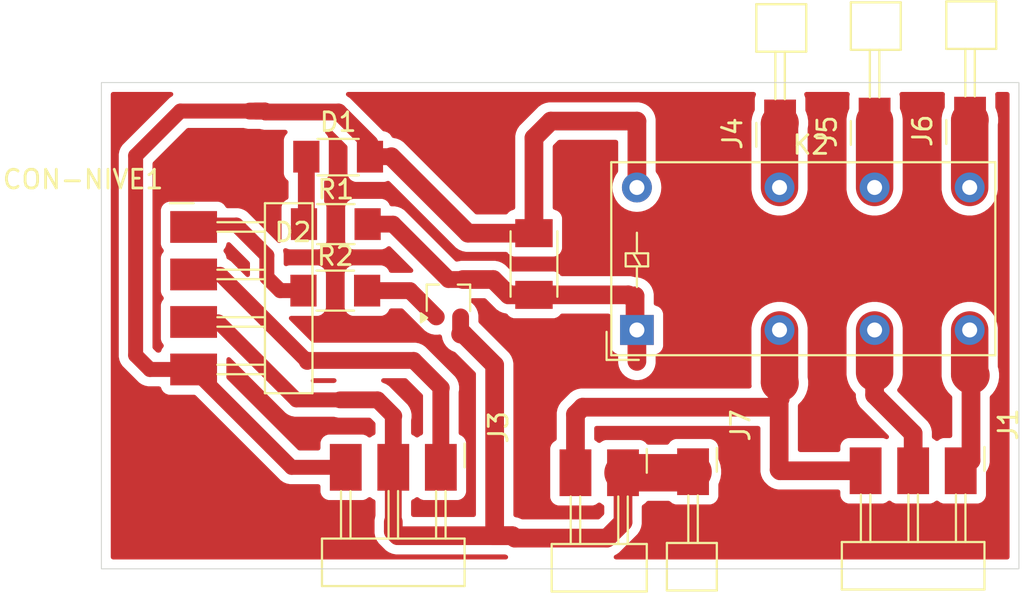
<source format=kicad_pcb>
(kicad_pcb (version 20240108) (generator "pcbnew") (generator_version "8.0")
  (layers (0 "F.Cu" signal) (31 "B.Cu" signal) (34 "B.Paste" user) (35 "F.Paste" user) (36 "B.SilkS" user "B.Silkscreen") (37 "F.SilkS" user "F.Silkscreen") (38 "B.Mask" user) (39 "F.Mask" user) (44 "Edge.Cuts" user))
  (net 0 "")
  (net 1 "PWR_GND")
  (net 2 "R")
  (net 3 "SENS")
  (net 4 "PWR_5V")
  (net 5 "Net-(D1-K)")
  (net 6 "Net-(D2-A)")
  (net 7 "PWR_12V")
  (net 8 "Net-(Q1-B)")
  (net 9 "Net-(J5-Pin_1)")
  (net 10 "Net-(J6-Pin_1)")
  (net 11 "NS")
  (net 12 "COM")
  (net 13 "A")
  (footprint "fab:PinHeader_1x01_P2.54mm_Horizontal_SMD" (layer "F.Cu") (at 100.9 96.7 90)
    (property "Reference" "J5" (at -1.524 -2.54 -90) (layer "F.SilkS") (effects (justify left)))
    (property "Value" "Conn_PinHeader_1x01_P2.54mm_Horizontal_SMD" (hide yes))
    (fp_line (start 6.35 -1.27) (end 6.35 1.397) (stroke (width 0.12)) (layer "F.SilkS"))
    (fp_line (start 3.81 -1.27) (end 6.35 -1.27) (stroke (width 0.12)) (layer "F.SilkS"))
    (fp_line (start -1.27 -1.27) (end 0 -1.27) (stroke (width 0.12)) (layer "F.SilkS"))
    (fp_line (start 3.81 -0.254) (end 1.27 -0.254) (stroke (width 0.12)) (layer "F.SilkS"))
    (fp_line (start 3.81 0.254) (end 1.27 0.254) (stroke (width 0.12)) (layer "F.SilkS"))
    (fp_line (start 6.35 1.397) (end 3.81 1.397) (stroke (width 0.12)) (layer "F.SilkS"))
    (fp_line (start 3.81 1.397) (end 3.81 -1.27) (stroke (width 0.12)) (layer "F.SilkS"))
    (pad "1" smd rect (at 0 0 90) (size 2.5 1.7) (layers "F.Cu" "F.Paste" "F.Mask") (net 9 "Net-(J5-Pin_1)"))
  )
  (footprint "fab:R_1206" (layer "F.Cu") (at 72.0852 105.7656)
    (property "Reference" "R2" (at 0 -1.85 0) (layer "F.SilkS"))
    (property "Value" "R_1206")
    (fp_line (start -1 -1.07) (end 1 -1.07) (stroke (width 0.12)) (layer "F.SilkS"))
    (fp_line (start 1 1.07) (end -1 1.07) (stroke (width 0.12)) (layer "F.SilkS"))
    (pad "1" smd rect (at -1.7 0) (size 1.4 1.7) (layers "F.Cu" "F.Paste" "F.Mask") (net 2 "R"))
    (pad "2" smd rect (at 1.7 0) (size 1.4 1.7) (layers "F.Cu" "F.Paste" "F.Mask") (net 8 "Net-(Q1-B)"))
  )
  (footprint "fab:PinHeader_1x04_P2.54mm_Horizontal_SMD" (layer "F.Cu") (at 64.516 102.362)
    (property "Reference" "CON-NIVE1" (at -1.524 -2.54 0) (layer "F.SilkS") (effects (justify right)))
    (property "Value" "Conn_PinHeader_1x04_P2.54mm_Horizontal_SMD" (hide yes))
    (fp_line (start -1.27 -1.27) (end 0 -1.27) (stroke (width 0.12)) (layer "F.SilkS"))
    (fp_line (start 3.81 -1.27) (end 6.35 -1.27) (stroke (width 0.12)) (layer "F.SilkS"))
    (fp_line (start 3.81 -0.254) (end 1.27 -0.254) (stroke (width 0.12)) (layer "F.SilkS"))
    (fp_line (start 3.81 0.254) (end 1.27 0.254) (stroke (width 0.12)) (layer "F.SilkS"))
    (fp_line (start 3.81 2.286) (end 1.27 2.286) (stroke (width 0.12)) (layer "F.SilkS"))
    (fp_line (start 3.81 2.794) (end 1.27 2.794) (stroke (width 0.12)) (layer "F.SilkS"))
    (fp_line (start 3.81 4.826) (end 1.27 4.826) (stroke (width 0.12)) (layer "F.SilkS"))
    (fp_line (start 3.81 5.334) (end 1.27 5.334) (stroke (width 0.12)) (layer "F.SilkS"))
    (fp_line (start 3.81 7.366) (end 1.27 7.366) (stroke (width 0.12)) (layer "F.SilkS"))
    (fp_line (start 3.81 7.874) (end 1.27 7.874) (stroke (width 0.12)) (layer "F.SilkS"))
    (fp_line (start 3.81 8.89) (end 3.81 -1.27) (stroke (width 0.12)) (layer "F.SilkS"))
    (fp_line (start 6.35 -1.27) (end 6.35 8.89) (stroke (width 0.12)) (layer "F.SilkS"))
    (fp_line (start 6.35 8.89) (end 3.81 8.89) (stroke (width 0.12)) (layer "F.SilkS"))
    (pad "1" smd rect (at 0 0) (size 2.5 1.7) (layers "F.Cu" "F.Paste" "F.Mask") (net 2 "R"))
    (pad "2" smd rect (at 0 2.54) (size 2.5 1.7) (layers "F.Cu" "F.Paste" "F.Mask") (net 3 "SENS"))
    (pad "3" smd rect (at 0 5.08) (size 2.5 1.7) (layers "F.Cu" "F.Paste" "F.Mask") (net 1 "PWR_GND"))
    (pad "4" smd rect (at 0 7.62) (size 2.5 1.7) (layers "F.Cu" "F.Paste" "F.Mask") (net 4 "PWR_5V"))
  )
  (footprint "fab:PinHeader_1x02_P2.54mm_Horizontal_SMD" (layer "F.Cu") (at 87.4576 115.5052 -90)
    (property "Reference" "J2" (hide yes))
    (property "Value" "Conn_PinHeader_1x02_P2.54mm_Horizontal_SMD" (hide yes))
    (fp_line (start 3.81 3.81) (end 3.81 -1.27) (stroke (width 0.12)) (layer "F.SilkS"))
    (fp_line (start 6.35 3.81) (end 3.81 3.81) (stroke (width 0.12)) (layer "F.SilkS"))
    (fp_line (start 3.81 2.794) (end 1.27 2.794) (stroke (width 0.12)) (layer "F.SilkS"))
    (fp_line (start 3.81 2.286) (end 1.27 2.286) (stroke (width 0.12)) (layer "F.SilkS"))
    (fp_line (start 3.81 0.254) (end 1.27 0.254) (stroke (width 0.12)) (layer "F.SilkS"))
    (fp_line (start 3.81 -0.254) (end 1.27 -0.254) (stroke (width 0.12)) (layer "F.SilkS"))
    (fp_line (start -1.27 -1.27) (end 0 -1.27) (stroke (width 0.12)) (layer "F.SilkS"))
    (fp_line (start 3.81 -1.27) (end 6.35 -1.27) (stroke (width 0.12)) (layer "F.SilkS"))
    (fp_line (start 6.35 -1.27) (end 6.35 3.81) (stroke (width 0.12)) (layer "F.SilkS"))
    (pad "1" smd rect (at 0 0 270) (size 2.5 1.7) (layers "F.Cu" "F.Paste" "F.Mask") (net 1 "PWR_GND"))
    (pad "2" smd rect (at 0 2.54 270) (size 2.5 1.7) (layers "F.Cu" "F.Paste" "F.Mask") (net 7 "PWR_12V"))
  )
  (footprint "fab:PinHeader_1x03_P2.54mm_Horizontal_SMD" (layer "F.Cu") (at 77.724 115.2144 -90)
    (property "Reference" "J3" (at -1.1824 -3.0788 90) (layer "F.SilkS") (effects (justify left)))
    (property "Value" "Conn_PinHeader_1x03_P2.54mm_Horizontal_SMD" (hide yes))
    (fp_line (start 3.81 6.35) (end 3.81 -1.27) (stroke (width 0.12)) (layer "F.SilkS"))
    (fp_line (start 6.35 6.35) (end 3.81 6.35) (stroke (width 0.12)) (layer "F.SilkS"))
    (fp_line (start 3.81 5.334) (end 1.27 5.334) (stroke (width 0.12)) (layer "F.SilkS"))
    (fp_line (start 3.81 4.826) (end 1.27 4.826) (stroke (width 0.12)) (layer "F.SilkS"))
    (fp_line (start 3.81 2.794) (end 1.27 2.794) (stroke (width 0.12)) (layer "F.SilkS"))
    (fp_line (start 3.81 2.286) (end 1.27 2.286) (stroke (width 0.12)) (layer "F.SilkS"))
    (fp_line (start 3.81 0.254) (end 1.27 0.254) (stroke (width 0.12)) (layer "F.SilkS"))
    (fp_line (start 3.81 -0.254) (end 1.27 -0.254) (stroke (width 0.12)) (layer "F.SilkS"))
    (fp_line (start -1.27 -1.27) (end 0 -1.27) (stroke (width 0.12)) (layer "F.SilkS"))
    (fp_line (start 3.81 -1.27) (end 6.35 -1.27) (stroke (width 0.12)) (layer "F.SilkS"))
    (fp_line (start 6.35 -1.27) (end 6.35 6.35) (stroke (width 0.12)) (layer "F.SilkS"))
    (pad "1" smd rect (at 0 0 270) (size 2.5 1.7) (layers "F.Cu" "F.Paste" "F.Mask") (net 3 "SENS"))
    (pad "2" smd rect (at 0 2.54 270) (size 2.5 1.7) (layers "F.Cu" "F.Paste" "F.Mask") (net 1 "PWR_GND"))
    (pad "3" smd rect (at 0 5.08 270) (size 2.5 1.7) (layers "F.Cu" "F.Paste" "F.Mask") (net 4 "PWR_5V"))
  )
  (footprint "Relay_THT:Relay_DPDT_Finder_30.22" (layer "F.Cu") (at 88.2 107.87)
    (property "Reference" "K2" (at 9.3 -9.9 0) (layer "F.SilkS"))
    (property "Value" "FINDER-30.22" (hide yes))
    (fp_line (start -1.62 1.6) (end -1.62 0.1) (stroke (width 0.12)) (layer "F.SilkS"))
    (fp_line (start -1.37 -8.97) (end 19.15 -8.97) (stroke (width 0.12)) (layer "F.SilkS"))
    (fp_line (start -1.37 1.35) (end -1.37 -8.97) (stroke (width 0.12)) (layer "F.SilkS"))
    (fp_line (start -0.6 -4.1) (end -0.6 -3.4) (stroke (width 0.12)) (layer "F.SilkS"))
    (fp_line (start -0.6 -3.4) (end 0.6 -3.4) (stroke (width 0.12)) (layer "F.SilkS"))
    (fp_line (start 0 -4.1) (end 0 -5.2) (stroke (width 0.12)) (layer "F.SilkS"))
    (fp_line (start 0 -3.4) (end 0 -2.3) (stroke (width 0.12)) (layer "F.SilkS"))
    (fp_line (start 0.1 1.6) (end -1.62 1.6) (stroke (width 0.12)) (layer "F.SilkS"))
    (fp_line (start 0.2 -3.4) (end -0.2 -4.1) (stroke (width 0.12)) (layer "F.SilkS"))
    (fp_line (start 0.6 -4.1) (end -0.6 -4.1) (stroke (width 0.12)) (layer "F.SilkS"))
    (fp_line (start 0.6 -3.4) (end 0.6 -4.1) (stroke (width 0.12)) (layer "F.SilkS"))
    (fp_line (start 19.15 -8.97) (end 19.15 1.35) (stroke (width 0.12)) (layer "F.SilkS"))
    (fp_line (start 19.15 1.35) (end -1.37 1.35) (stroke (width 0.12)) (layer "F.SilkS"))
    (pad "11" thru_hole circle (at 7.62 0 90) (size 1.6 1.6) (drill 0.8) (layers "*.Cu" "*.Mask") (net 7 "PWR_12V"))
    (pad "12" thru_hole circle (at 12.7 0 90) (size 1.6 1.6) (drill 0.8) (layers "*.Cu" "*.Mask") (net 12 "COM"))
    (pad "14" thru_hole circle (at 17.78 0 90) (size 1.6 1.6) (drill 0.8) (layers "*.Cu" "*.Mask") (net 11 "NS"))
    (pad "21" thru_hole circle (at 7.62 -7.62 90) (size 1.6 1.6) (drill 0.8) (layers "*.Cu" "*.Mask") (net 13 "A"))
    (pad "22" thru_hole circle (at 12.7 -7.62 90) (size 1.6 1.6) (drill 0.8) (layers "*.Cu" "*.Mask") (net 9 "Net-(J5-Pin_1)"))
    (pad "24" thru_hole circle (at 17.78 -7.62 180) (size 1.6 1.6) (drill 0.8) (layers "*.Cu" "*.Mask") (net 10 "Net-(J6-Pin_1)"))
    (pad "A1" thru_hole rect (at 0 0 90) (size 1.6 1.8) (drill 0.8) (layers "*.Cu" "*.Mask") (net 6 "Net-(D2-A)"))
    (pad "A2" thru_hole circle (at 0 -7.62 90) (size 1.6 1.6) (drill 0.8) (layers "*.Cu" "*.Mask") (net 4 "PWR_5V"))
  )
  (footprint "fab:SOD-123T" (layer "F.Cu") (at 82.7 104.3432 -90)
    (property "Reference" "D2" (at -1.696 12.8808 180) (layer "F.SilkS"))
    (property "Value" "Diode_Schottky_MiniSMA" (hide yes))
    (fp_line (start -1.75 1.25) (end 1.75 1.25) (stroke (width 0.12)) (layer "F.SilkS"))
    (fp_line (start -1.75 -1.25) (end 1.75 -1.25) (stroke (width 0.12)) (layer "F.SilkS"))
    (pad "1" smd rect (at -1.65 0 270) (size 1.5 2) (layers "F.Cu" "F.Paste" "F.Mask") (net 4 "PWR_5V"))
    (pad "2" smd rect (at 1.65 0 270) (size 1.5 2) (layers "F.Cu" "F.Paste" "F.Mask") (net 6 "Net-(D2-A)"))
  )
  (footprint "fab:R_1206" (layer "F.Cu") (at 72.1124 102.2096)
    (property "Reference" "R1" (at 0 -1.85 0) (layer "F.SilkS"))
    (property "Value" "R_1206")
    (fp_line (start -1 -1.07) (end 1 -1.07) (stroke (width 0.12)) (layer "F.SilkS"))
    (fp_line (start 1 1.07) (end -1 1.07) (stroke (width 0.12)) (layer "F.SilkS"))
    (pad "1" smd rect (at -1.7 0) (size 1.4 1.7) (layers "F.Cu" "F.Paste" "F.Mask") (net 5 "Net-(D1-K)"))
    (pad "2" smd rect (at 1.7 0) (size 1.4 1.7) (layers "F.Cu" "F.Paste" "F.Mask") (net 6 "Net-(D2-A)"))
  )
  (footprint "fab:PinHeader_1x03_P2.54mm_Horizontal_SMD" (layer "F.Cu") (at 105.5 115.4 -90)
    (property "Reference" "J1" (at -1.524 -2.54 90) (layer "F.SilkS") (effects (justify left)))
    (property "Value" "Conn_PinHeader_1x03_P2.54mm_Horizontal_SMD" (hide yes))
    (fp_line (start 3.81 6.35) (end 3.81 -1.27) (stroke (width 0.12)) (layer "F.SilkS"))
    (fp_line (start 6.35 6.35) (end 3.81 6.35) (stroke (width 0.12)) (layer "F.SilkS"))
    (fp_line (start 3.81 5.334) (end 1.27 5.334) (stroke (width 0.12)) (layer "F.SilkS"))
    (fp_line (start 3.81 4.826) (end 1.27 4.826) (stroke (width 0.12)) (layer "F.SilkS"))
    (fp_line (start 3.81 2.794) (end 1.27 2.794) (stroke (width 0.12)) (layer "F.SilkS"))
    (fp_line (start 3.81 2.286) (end 1.27 2.286) (stroke (width 0.12)) (layer "F.SilkS"))
    (fp_line (start 3.81 0.254) (end 1.27 0.254) (stroke (width 0.12)) (layer "F.SilkS"))
    (fp_line (start 3.81 -0.254) (end 1.27 -0.254) (stroke (width 0.12)) (layer "F.SilkS"))
    (fp_line (start -1.27 -1.27) (end 0 -1.27) (stroke (width 0.12)) (layer "F.SilkS"))
    (fp_line (start 3.81 -1.27) (end 6.35 -1.27) (stroke (width 0.12)) (layer "F.SilkS"))
    (fp_line (start 6.35 -1.27) (end 6.35 6.35) (stroke (width 0.12)) (layer "F.SilkS"))
    (pad "1" smd rect (at 0 0 270) (size 2.5 1.7) (layers "F.Cu" "F.Paste" "F.Mask") (net 11 "NS"))
    (pad "2" smd rect (at 0 2.54 270) (size 2.5 1.7) (layers "F.Cu" "F.Paste" "F.Mask") (net 12 "COM"))
    (pad "3" smd rect (at 0 5.08 270) (size 2.5 1.7) (layers "F.Cu" "F.Paste" "F.Mask") (net 7 "PWR_12V"))
  )
  (footprint "fab:LED_1206" (layer "F.Cu") (at 72.2376 98.6028)
    (property "Reference" "D1" (at 0 -1.85 0) (layer "F.SilkS"))
    (property "Value" "LED_1206" (hide yes))
    (fp_line (start -1.1 -0.95) (end 1.1 -0.95) (stroke (width 0.12)) (layer "F.SilkS"))
    (fp_line (start -1.1 1) (end 1.1 1) (stroke (width 0.12)) (layer "F.SilkS"))
    (pad "1" smd rect (at -1.7 0) (size 1.4 1.7) (layers "F.Cu" "F.Paste" "F.Mask") (net 5 "Net-(D1-K)"))
    (pad "2" smd rect (at 1.7 0) (size 1.4 1.7) (layers "F.Cu" "F.Paste" "F.Mask") (net 4 "PWR_5V"))
  )
  (footprint "fab:PinHeader_1x01_P2.54mm_Horizontal_SMD" (layer "F.Cu") (at 106 96.65 90)
    (property "Reference" "J6" (at -1.524 -2.54 -90) (layer "F.SilkS") (effects (justify left)))
    (property "Value" "Conn_PinHeader_1x01_P2.54mm_Horizontal_SMD" (hide yes))
    (fp_line (start 6.35 -1.27) (end 6.35 1.397) (stroke (width 0.12)) (layer "F.SilkS"))
    (fp_line (start 3.81 -1.27) (end 6.35 -1.27) (stroke (width 0.12)) (layer "F.SilkS"))
    (fp_line (start -1.27 -1.27) (end 0 -1.27) (stroke (width 0.12)) (layer "F.SilkS"))
    (fp_line (start 3.81 -0.254) (end 1.27 -0.254) (stroke (width 0.12)) (layer "F.SilkS"))
    (fp_line (start 3.81 0.254) (end 1.27 0.254) (stroke (width 0.12)) (layer "F.SilkS"))
    (fp_line (start 6.35 1.397) (end 3.81 1.397) (stroke (width 0.12)) (layer "F.SilkS"))
    (fp_line (start 3.81 1.397) (end 3.81 -1.27) (stroke (width 0.12)) (layer "F.SilkS"))
    (pad "1" smd rect (at 0 0 90) (size 2.5 1.7) (layers "F.Cu" "F.Paste" "F.Mask") (net 10 "Net-(J6-Pin_1)"))
  )
  (footprint "Package_TO_SOT_SMD:SOT-323_SC-70" (layer "F.Cu") (at 78.1304 106.172 90)
    (property "Reference" "Q1" (hide yes))
    (property "Value" "BC847W")
    (fp_line (start 0.73 -1.16) (end 0.73 -0.5) (stroke (width 0.12)) (layer "F.SilkS"))
    (fp_line (start -0.68 -1.16) (end 0.73 -1.16) (stroke (width 0.12)) (layer "F.SilkS"))
    (fp_line (start 0.73 0.5) (end 0.73 1.16) (stroke (width 0.12)) (layer "F.SilkS"))
    (fp_line (start -0.68 1.16) (end 0.73 1.16) (stroke (width 0.12)) (layer "F.SilkS"))
    (fp_poly (pts (xy -1.05 -1.14) (xy -1.29 -1.47) (xy -0.81 -1.47) (xy -1.05 -1.14)) (stroke (width 0.12)) (fill solid) (layer "F.SilkS"))
    (pad "1" smd roundrect (at -1 -0.65) (size 0.45 0.7) (layers "F.Cu" "F.Paste" "F.Mask") (net 8 "Net-(Q1-B)"))
    (pad "2" smd roundrect (at -1 0.65) (size 0.45 0.7) (layers "F.Cu" "F.Paste" "F.Mask") (net 1 "PWR_GND"))
    (pad "3" smd roundrect (at 1 0) (size 0.45 0.7) (layers "F.Cu" "F.Paste" "F.Mask") (net 6 "Net-(D2-A)"))
  )
  (footprint "fab:PinHeader_1x01_P2.54mm_Horizontal_SMD" (layer "F.Cu") (at 95.85 96.8 90)
    (property "Reference" "J4" (at -1.524 -2.54 -90) (layer "F.SilkS") (effects (justify left)))
    (property "Value" "Conn_PinHeader_1x01_P2.54mm_Horizontal_SMD" (hide yes))
    (fp_line (start 6.35 -1.27) (end 6.35 1.397) (stroke (width 0.12)) (layer "F.SilkS"))
    (fp_line (start 3.81 -1.27) (end 6.35 -1.27) (stroke (width 0.12)) (layer "F.SilkS"))
    (fp_line (start -1.27 -1.27) (end 0 -1.27) (stroke (width 0.12)) (layer "F.SilkS"))
    (fp_line (start 3.81 -0.254) (end 1.27 -0.254) (stroke (width 0.12)) (layer "F.SilkS"))
    (fp_line (start 3.81 0.254) (end 1.27 0.254) (stroke (width 0.12)) (layer "F.SilkS"))
    (fp_line (start 6.35 1.397) (end 3.81 1.397) (stroke (width 0.12)) (layer "F.SilkS"))
    (fp_line (start 3.81 1.397) (end 3.81 -1.27) (stroke (width 0.12)) (layer "F.SilkS"))
    (pad "1" smd rect (at 0 0 90) (size 2.5 1.7) (layers "F.Cu" "F.Paste" "F.Mask") (net 13 "A"))
  )
  (footprint "fab:PinHeader_1x01_P2.54mm_Horizontal_SMD" (layer "F.Cu") (at 91.2 115.45 -90)
    (property "Reference" "J7" (at -1.524 -2.54 90) (layer "F.SilkS") (effects (justify left)))
    (property "Value" "Conn_PinHeader_1x01_P2.54mm_Horizontal_SMD" (hide yes))
    (fp_line (start 3.81 1.397) (end 3.81 -1.27) (stroke (width 0.12)) (layer "F.SilkS"))
    (fp_line (start 6.35 1.397) (end 3.81 1.397) (stroke (width 0.12)) (layer "F.SilkS"))
    (fp_line (start 3.81 0.254) (end 1.27 0.254) (stroke (width 0.12)) (layer "F.SilkS"))
    (fp_line (start 3.81 -0.254) (end 1.27 -0.254) (stroke (width 0.12)) (layer "F.SilkS"))
    (fp_line (start -1.27 -1.27) (end 0 -1.27) (stroke (width 0.12)) (layer "F.SilkS"))
    (fp_line (start 3.81 -1.27) (end 6.35 -1.27) (stroke (width 0.12)) (layer "F.SilkS"))
    (fp_line (start 6.35 -1.27) (end 6.35 1.397) (stroke (width 0.12)) (layer "F.SilkS"))
    (pad "1" smd rect (at 0 0 270) (size 2.5 1.7) (layers "F.Cu" "F.Paste" "F.Mask") (net 1 "PWR_GND"))
  )
  (gr_rect (start 59.5884 94.6404) (end 108.6112 120.642) (stroke (width 0.05)) (fill none) (layer "Edge.Cuts"))
  (segment (start 80.45 118.872) (end 81.5508 118.872) (width 1) (layer "F.Cu") (net 1))
  (segment (start 91.1448 115.5052) (end 91.2 115.45) (width 2) (layer "F.Cu") (net 1))
  (segment (start 87.4576 115.5052) (end 87.4576 118.1424) (width 1) (layer "F.Cu") (net 1))
  (segment (start 87.4576 115.5052) (end 91.1448 115.5052) (width 2) (layer "F.Cu") (net 1))
  (segment (start 78.942 108.092) (end 80.6 109.75) (width 1) (layer "F.Cu") (net 1))
  (segment (start 72.3392 111.6076) (end 74.3458 111.6076) (width 0.9) (layer "F.Cu") (net 1))
  (segment (start 78.7804 108.092) (end 78.942 108.092) (width 1) (layer "F.Cu") (net 1))
  (segment (start 70.0024 111.6076) (end 72.3392 111.6076) (width 0.8) (layer "F.Cu") (net 1))
  (segment (start 75.184 118.634) (end 75.422 118.872) (width 1) (layer "F.Cu") (net 1))
  (segment (start 78.7804 107.172) (end 78.7804 108.092) (width 0.9) (layer "F.Cu") (net 1))
  (segment (start 87.4576 118.1424) (end 86.6 119) (width 1) (layer "F.Cu") (net 1))
  (segment (start 81.6788 119) (end 81.5508 118.872) (width 1) (layer "F.Cu") (net 1))
  (segment (start 75.422 118.872) (end 81.5508 118.872) (width 1) (layer "F.Cu") (net 1))
  (segment (start 75.184 115.2144) (end 75.184 118.1354) (width 0.9) (layer "F.Cu") (net 1))
  (segment (start 75.184 118.1354) (end 75.184 118.634) (width 1) (layer "F.Cu") (net 1))
  (segment (start 80.6 109.75) (end 80.6 118.722) (width 1) (layer "F.Cu") (net 1))
  (segment (start 74.3458 111.6076) (end 75.2094 112.4712) (width 0.9) (layer "F.Cu") (net 1))
  (segment (start 75.2094 112.4712) (end 75.184 112.4966) (width 0.2) (layer "F.Cu") (net 1))
  (segment (start 64.516 107.442) (end 65.8368 107.442) (width 0.8) (layer "F.Cu") (net 1))
  (segment (start 75.184 112.4966) (end 75.184 115.2144) (width 0.9) (layer "F.Cu") (net 1))
  (segment (start 65.8368 107.442) (end 70.0024 111.6076) (width 0.8) (layer "F.Cu") (net 1))
  (segment (start 86.6 119) (end 81.6788 119) (width 1) (layer "F.Cu") (net 1))
  (segment (start 80.6 118.722) (end 80.45 118.872) (width 1) (layer "F.Cu") (net 1))
  (segment (start 68.4276 103.886) (end 66.802 102.2604) (width 0.8) (layer "F.Cu") (net 2))
  (segment (start 66.802 102.2604) (end 65.4812 102.2604) (width 0.8) (layer "F.Cu") (net 2))
  (segment (start 69.1388 105.7656) (end 68.4276 105.0544) (width 0.8) (layer "F.Cu") (net 2))
  (segment (start 70.3852 105.7656) (end 69.1388 105.7656) (width 0.8) (layer "F.Cu") (net 2))
  (segment (start 68.4276 105.0544) (end 68.4276 103.886) (width 0.8) (layer "F.Cu") (net 2))
  (segment (start 70.6374 109.4994) (end 76.2762 109.4994) (width 0.9) (layer "F.Cu") (net 3))
  (segment (start 77.7494 111.125) (end 77.724 111.1504) (width 0.2) (layer "F.Cu") (net 3))
  (segment (start 77.724 115.2144) (end 77.724 112.4712) (width 0.2) (layer "F.Cu") (net 3))
  (segment (start 70.5866 109.5502) (end 70.6374 109.4994) (width 0.9) (layer "F.Cu") (net 3))
  (segment (start 64.516 104.902) (end 65.9384 104.902) (width 0.8) (layer "F.Cu") (net 3))
  (segment (start 70.5866 109.5502) (end 65.9384 104.902) (width 0.8) (layer "F.Cu") (net 3))
  (segment (start 76.2762 109.4994) (end 77.7494 110.9726) (width 0.9) (layer "F.Cu") (net 3))
  (segment (start 77.724 111.1504) (end 77.724 115.2144) (width 0.9) (layer "F.Cu") (net 3))
  (segment (start 77.7494 110.9726) (end 77.7494 111.125) (width 0.2) (layer "F.Cu") (net 3))
  (segment (start 61.4172 109.22) (end 61.4172 98.552) (width 0.8) (layer "F.Cu") (net 4))
  (segment (start 67.5132 96.1644) (end 68.326 96.1644) (width 0.9) (layer "F.Cu") (net 4))
  (segment (start 63.8048 96.1644) (end 67.817999 96.164399) (width 0.8) (layer "F.Cu") (net 4))
  (segment (start 73.9376 98.6028) (end 74.3966 98.6028) (width 0.2) (layer "F.Cu") (net 4))
  (segment (start 72.263 96.2152) (end 73.9376 97.8898) (width 0.9) (layer "F.Cu") (net 4))
  (segment (start 73.9376 98.6028) (end 74.4728 98.6028) (width 0.2) (layer "F.Cu") (net 4))
  (segment (start 75.0824 98.6028) (end 79.1728 102.6932) (width 1) (layer "F.Cu") (net 4))
  (segment (start 69.7484 115.2144) (end 64.516 109.982) (width 0.8) (layer "F.Cu") (net 4))
  (segment (start 68.3768 96.2152) (end 72.263 96.2152) (width 0.9) (layer "F.Cu") (net 4))
  (segment (start 88.2 96.7) (end 83.6 96.7) (width 1) (layer "F.Cu") (net 4))
  (segment (start 68.3768 96.2152) (end 68.325999 96.164399) (width 0.9) (layer "F.Cu") (net 4))
  (segment (start 68.326 96.1644) (end 68.3768 96.2152) (width 0.9) (layer "F.Cu") (net 4))
  (segment (start 73.9376 98.6028) (end 73.9376 97.8898) (width 0.2) (layer "F.Cu") (net 4))
  (segment (start 64.516 109.982) (end 62.1792 109.982) (width 0.8) (layer "F.Cu") (net 4))
  (segment (start 68.325999 96.164399) (end 67.817999 96.164399) (width 0.9) (layer "F.Cu") (net 4))
  (segment (start 72.644 115.2144) (end 69.7484 115.2144) (width 0.8) (layer "F.Cu") (net 4))
  (segment (start 61.4172 98.552) (end 63.8048 96.1644) (width 0.8) (layer "F.Cu") (net 4))
  (segment (start 79.1728 102.6932) (end 82.7 102.6932) (width 1) (layer "F.Cu") (net 4))
  (segment (start 83.6 96.7) (end 82.7 97.6) (width 1) (layer "F.Cu") (net 4))
  (segment (start 88.2 100.25) (end 88.2 96.7) (width 1) (layer "F.Cu") (net 4))
  (segment (start 82.7 97.6) (end 82.7 102.6932) (width 1) (layer "F.Cu") (net 4))
  (segment (start 62.1792 109.982) (end 61.4172 109.22) (width 0.8) (layer "F.Cu") (net 4))
  (segment (start 74.3966 98.6028) (end 75.0824 98.6028) (width 0.9) (layer "F.Cu") (net 4))
  (segment (start 61.5188 102.3874) (end 61.5342 102.4028) (width 0.2) (layer "F.Cu") (net 4))
  (segment (start 70.5376 102.0844) (end 70.4124 102.2096) (width 0.2) (layer "F.Cu") (net 5))
  (segment (start 70.5376 98.6028) (end 70.5376 102.0844) (width 0.9) (layer "F.Cu") (net 5))
  (segment (start 87.7432 105.9932) (end 82.7 105.9932) (width 1) (layer "F.Cu") (net 6))
  (segment (start 78.1304 105.172) (end 78.9084 105.172) (width 0.9) (layer "F.Cu") (net 6))
  (segment (start 78.9084 105.172) (end 80.522 105.172) (width 1) (layer "F.Cu") (net 6))
  (segment (start 81.9394 105.9932) (end 82.8548 105.9932) (width 0.2) (layer "F.Cu") (net 6))
  (segment (start 80.522 105.172) (end 81.3432 105.9932) (width 1) (layer "F.Cu") (net 6))
  (segment (start 81.8632 105.9932) (end 82.8548 105.9932) (width 0.2) (layer "F.Cu") (net 6))
  (segment (start 87.7432 105.9932) (end 87.8 106.05) (width 1) (layer "F.Cu") (net 6))
  (segment (start 88.1 107.77) (end 88.2 107.87) (width 1) (layer "F.Cu") (net 6))
  (segment (start 75.168 102.2096) (end 78.1304 105.172) (width 0.9) (layer "F.Cu") (net 6))
  (segment (start 81.3432 105.9932) (end 82.7 105.9932) (width 1) (layer "F.Cu") (net 6))
  (segment (start 88.2 109.55) (end 88.2 107.87) (width 1) (layer "F.Cu") (net 6))
  (segment (start 73.8124 102.2096) (end 75.168 102.2096) (width 0.9) (layer "F.Cu") (net 6))
  (segment (start 88.1 106.05) (end 88.1 107.77) (width 1) (layer "F.Cu") (net 6))
  (segment (start 87.8 106.05) (end 88.1 106.05) (width 1) (layer "F.Cu") (net 6))
  (segment (start 95.85 111.55) (end 95.85 110.7) (width 1) (layer "F.Cu") (net 7))
  (segment (start 95.82 110.67) (end 95.85 110.7) (width 2) (layer "F.Cu") (net 7))
  (segment (start 95.82 107.87) (end 95.82 110.67) (width 2) (layer "F.Cu") (net 7))
  (segment (start 85.3 112) (end 95.4 112) (width 1) (layer "F.Cu") (net 7))
  (segment (start 95.8 115.35) (end 95.8 111.6) (width 1) (layer "F.Cu") (net 7))
  (segment (start 95.8 111.6) (end 95.85 111.55) (width 1) (layer "F.Cu") (net 7))
  (segment (start 84.9176 115.5052) (end 84.9176 112.3824) (width 1) (layer "F.Cu") (net 7))
  (segment (start 95.4 112) (end 95.85 111.55) (width 1) (layer "F.Cu") (net 7))
  (segment (start 95.85 115.4) (end 95.8 115.35) (width 1) (layer "F.Cu") (net 7))
  (segment (start 84.9176 112.3824) (end 85.3 112) (width 1) (layer "F.Cu") (net 7))
  (segment (start 100.42 115.4) (end 95.85 115.4) (width 1) (layer "F.Cu") (net 7))
  (segment (start 73.7852 105.7656) (end 76.074 105.7656) (width 0.9) (layer "F.Cu") (net 8))
  (segment (start 76.074 105.7656) (end 77.4804 107.172) (width 0.9) (layer "F.Cu") (net 8))
  (segment (start 100.9 100.25) (end 100.9 96.7) (width 2) (layer "F.Cu") (net 9))
  (segment (start 105.98 100.25) (end 105.98 96.67) (width 2) (layer "F.Cu") (net 10))
  (segment (start 105.98 96.67) (end 106 96.65) (width 2) (layer "F.Cu") (net 10))
  (segment (start 106.05 114.85) (end 106.05 110.3) (width 1) (layer "F.Cu") (net 11))
  (segment (start 105.98 107.87) (end 105.98 110.23) (width 2) (layer "F.Cu") (net 11))
  (segment (start 105.98 110.23) (end 106.05 110.3) (width 2) (layer "F.Cu") (net 11))
  (segment (start 105.5 115.4) (end 106.05 114.85) (width 1) (layer "F.Cu") (net 11))
  (segment (start 100.9 107.87) (end 100.9 110.15) (width 2) (layer "F.Cu") (net 12))
  (segment (start 102.96 113.41) (end 100.9 111.35) (width 1) (layer "F.Cu") (net 12))
  (segment (start 100.9 107.87) (end 100.78 107.87) (width 1) (layer "F.Cu") (net 12))
  (segment (start 102.96 115.4) (end 102.96 113.41) (width 1) (layer "F.Cu") (net 12))
  (segment (start 100.9 111.35) (end 100.9 110.15) (width 1) (layer "F.Cu") (net 12))
  (segment (start 95.82 96.83) (end 95.85 96.8) (width 2) (layer "F.Cu") (net 13))
  (segment (start 95.82 100.25) (end 95.82 96.83) (width 2) (layer "F.Cu") (net 13))
  (zone (net 0) (net_name "") (layer "F.Cu") (connect_pads (clearance 0.5)) (min_thickness 0.25) (fill yes (thermal_gap 0.5) (thermal_bridge_width 0.5) (island_removal_mode 1) (island_area_min 10))
    (polygon (pts (xy 108.65 120.5) (xy 59.55 120.55) (xy 59.5 94.75) (xy 108.65 94.65)))
  )
)
</source>
